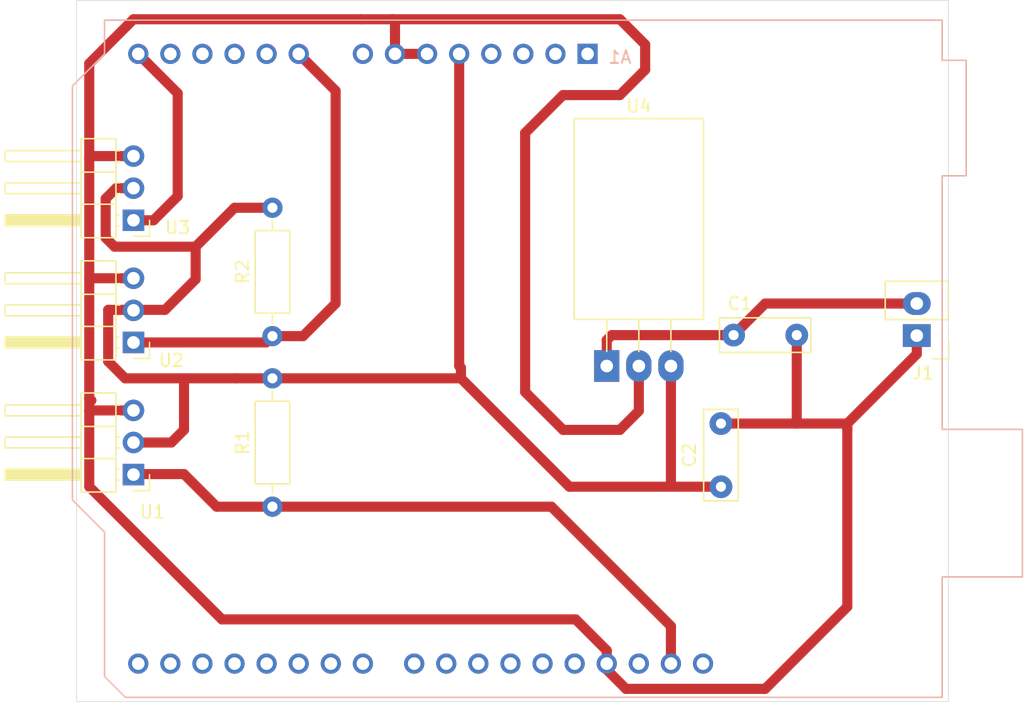
<source format=kicad_pcb>
(kicad_pcb (version 20241229) (generator "pcbnew") (generator_version "9.0")
  (layers (0 "F.Cu" signal) (2 "B.Cu" signal) (13 "F.Paste" user) (15 "B.Paste" user) (5 "F.SilkS" user "F.Silkscreen") (7 "B.SilkS" user "B.Silkscreen") (1 "F.Mask" user) (3 "B.Mask" user) (25 "Edge.Cuts" user))
  (net 0 "")
  (net 26 "Net-(A1-+5V)")
  (net 27 "Net-(U1-Vs)")
  (net 28 "Net-(U3-Signal)")
  (net 29 "Net-(J1-Pin_2)")
  (net 30 "Net-(J1-Pin_1)")
  (net 31 "Net-(A1-A0)")
  (footprint "FootprintGamelGe2_v8.0:TO-220-3_Horizontal_TabDown" (layer "F.Cu") (at 152.96 81.445)
    (property "Reference" "U4" (at 2.54 -20.58 0) (layer "F.SilkS"))
    (property "Value" "LM7805_TO220")
    (fp_line (start -2.58 -19.58) (end -2.58 -3.69) (stroke (width 0.12)) (layer "F.SilkS"))
    (fp_line (start -2.58 -19.58) (end 7.66 -19.58) (stroke (width 0.12)) (layer "F.SilkS"))
    (fp_line (start -2.58 -3.69) (end 7.66 -3.69) (stroke (width 0.12)) (layer "F.SilkS"))
    (fp_line (start 0 -3.69) (end 0 -1.15) (stroke (width 0.12)) (layer "F.SilkS"))
    (fp_line (start 2.54 -3.69) (end 2.54 -1.15) (stroke (width 0.12)) (layer "F.SilkS"))
    (fp_line (start 5.08 -3.69) (end 5.08 -1.15) (stroke (width 0.12)) (layer "F.SilkS"))
    (fp_line (start 7.66 -19.58) (end 7.66 -3.69) (stroke (width 0.12)) (layer "F.SilkS"))
    (pad "" np_thru_hole oval (at 2.54 -16.66) (size 3.5 3.5) (drill 3.5) (layers "*.Cu" "*.Mask"))
    (pad "1" thru_hole rect (at 0 0) (size 2 2.5) (drill 1) (layers "*.Cu" "*.Mask") (net 29 "Net-(J1-Pin_2)"))
    (pad "2" thru_hole oval (at 2.54 0) (size 2 2.5) (drill 1) (layers "*.Cu" "*.Mask") (net 30 "Net-(J1-Pin_1)"))
    (pad "3" thru_hole oval (at 5.08 0) (size 2 2.5) (drill 1) (layers "*.Cu" "*.Mask") (net 26 "Net-(A1-+5V)"))
  )
  (footprint "FootprintGamelGe2_v8.0:Autocom2" (layer "F.Cu") (at 177.5 79.04 180)
    (property "Reference" "J1" (at -0.5 -2.96 0) (layer "F.SilkS"))
    (property "Value" "Autocom2")
    (fp_line (start 2.5 1.27) (end 2.5 4.3) (stroke (width 0.12)) (layer "F.SilkS"))
    (fp_line (start -2.5 4.3) (end 2.5 4.3) (stroke (width 0.12)) (layer "F.SilkS"))
    (fp_line (start -2.5 1.3) (end -2.5 4.3) (stroke (width 0.12)) (layer "F.SilkS"))
    (fp_line (start -2.5 1.27) (end 2.5 1.27) (stroke (width 0.12)) (layer "F.SilkS"))
    (fp_line (start -2.53 -0.5) (end -2.53 -1.83) (stroke (width 0.12)) (layer "F.SilkS"))
    (fp_line (start -2.53 -1.83) (end -1.2 -1.83) (stroke (width 0.12)) (layer "F.SilkS"))
    (pad "1" thru_hole rect (at 0 0 180) (size 2.2 1.8) (drill 1) (layers "*.Cu" "*.Mask") (net 30 "Net-(J1-Pin_1)"))
    (pad "2" thru_hole oval (at 0 2.54 180) (size 2.2 1.8) (drill 1) (layers "*.Cu" "*.Mask") (net 29 "Net-(J1-Pin_2)"))
  )
  (footprint "FootprintGamelGe2_v8.0:C_Rect_L7.0mm_W2.5mm_P5.00mm" (layer "F.Cu") (at 163 79)
    (property "Reference" "C1" (at 0.5 -2.5 0) (layer "F.SilkS"))
    (property "Value" "C")
    (fp_line (start -1.12 -1.37) (end -1.12 1.37) (stroke (width 0.12)) (layer "F.SilkS"))
    (fp_line (start -1.12 -1.37) (end 6.12 -1.37) (stroke (width 0.12)) (layer "F.SilkS"))
    (fp_line (start -1.12 1.37) (end 6.12 1.37) (stroke (width 0.12)) (layer "F.SilkS"))
    (fp_line (start 6.12 -1.37) (end 6.12 1.37) (stroke (width 0.12)) (layer "F.SilkS"))
    (pad "1" thru_hole circle (at 0 0) (size 1.8 1.8) (drill 0.8) (layers "*.Cu" "*.Mask") (net 29 "Net-(J1-Pin_2)"))
    (pad "2" thru_hole circle (at 5 0) (size 1.8 1.8) (drill 0.8) (layers "*.Cu" "*.Mask") (net 30 "Net-(J1-Pin_1)"))
  )
  (footprint "Resistor_THT:R_Axial_DIN0207_L6.3mm_D2.5mm_P10.16mm_Horizontal" (layer "F.Cu") (at 126.5 79.08 90)
    (property "Reference" "R2" (at 5.08 -2.37 90) (layer "F.SilkS"))
    (property "Value" "4.7k")
    (fp_line (start 9.12 0) (end 8.35 0) (stroke (width 0.12)) (layer "F.SilkS"))
    (fp_line (start 1.04 0) (end 1.81 0) (stroke (width 0.12)) (layer "F.SilkS"))
    (fp_rect (start 1.81 -1.37) (end 8.35 1.37) (stroke (width 0.12)) (fill no) (layer "F.SilkS"))
    (pad "1" thru_hole circle (at 0 0 90) (size 1.6 1.6) (drill 0.8) (layers "*.Cu" "*.Mask") (net 31 "Net-(A1-A0)"))
    (pad "2" thru_hole circle (at 10.16 0 90) (size 1.6 1.6) (drill 0.8) (layers "*.Cu" "*.Mask") (net 26 "Net-(A1-+5V)"))
  )
  (footprint "Connector_PinHeader_2.54mm:PinHeader_1x03_P2.54mm_Horizontal" (layer "F.Cu") (at 115.5 79.58 180)
    (property "Reference" "U2" (at -3 -1.42 0) (layer "F.SilkS"))
    (property "Value" "~")
    (fp_line (start 10.15 5.51) (end 4.15 5.51) (stroke (width 0.12)) (layer "F.SilkS"))
    (fp_line (start 10.15 4.65) (end 10.15 5.51) (stroke (width 0.12)) (layer "F.SilkS"))
    (fp_line (start 10.15 2.97) (end 4.15 2.97) (stroke (width 0.12)) (layer "F.SilkS"))
    (fp_line (start 10.15 2.11) (end 10.15 2.97) (stroke (width 0.12)) (layer "F.SilkS"))
    (fp_line (start 4.15 4.65) (end 10.15 4.65) (stroke (width 0.12)) (layer "F.SilkS"))
    (fp_line (start 4.15 2.11) (end 10.15 2.11) (stroke (width 0.12)) (layer "F.SilkS"))
    (fp_line (start 1.39 3.81) (end 4.15 3.81) (stroke (width 0.12)) (layer "F.SilkS"))
    (fp_line (start 1.39 1.27) (end 4.15 1.27) (stroke (width 0.12)) (layer "F.SilkS"))
    (fp_line (start 1.16 0.43) (end 1.39 0.43) (stroke (width 0.12)) (layer "F.SilkS"))
    (fp_line (start 1.16 -0.43) (end 1.39 -0.43) (stroke (width 0.12)) (layer "F.SilkS"))
    (fp_line (start 1.077358 5.51) (end 1.39 5.51) (stroke (width 0.12)) (layer "F.SilkS"))
    (fp_line (start 1.077358 4.65) (end 1.39 4.65) (stroke (width 0.12)) (layer "F.SilkS"))
    (fp_line (start 1.077358 2.97) (end 1.39 2.97) (stroke (width 0.12)) (layer "F.SilkS"))
    (fp_line (start 1.077358 2.11) (end 1.39 2.11) (stroke (width 0.12)) (layer "F.SilkS"))
    (fp_line (start -1.27 0) (end -1.27 -1.27) (stroke (width 0.12)) (layer "F.SilkS"))
    (fp_line (start -1.27 -1.27) (end 0 -1.27) (stroke (width 0.12)) (layer "F.SilkS"))
    (fp_rect (start 4.15 -0.43) (end 10.15 0.43) (stroke (width 0.12)) (fill yes) (layer "F.SilkS"))
    (fp_rect (start 1.39 -1.38) (end 4.15 6.46) (stroke (width 0.12)) (fill no) (layer "F.SilkS"))
    (pad "1" thru_hole rect (at 0 0 180) (size 1.7 1.7) (drill 1) (layers "*.Cu" "*.Mask") (net 31 "Net-(A1-A0)"))
    (pad "2" thru_hole circle (at 0 2.54 180) (size 1.7 1.7) (drill 1) (layers "*.Cu" "*.Mask") (net 26 "Net-(A1-+5V)"))
    (pad "3" thru_hole circle (at 0 5.08 180) (size 1.7 1.7) (drill 1) (layers "*.Cu" "*.Mask") (net 30 "Net-(J1-Pin_1)"))
  )
  (footprint "Connector_PinHeader_2.54mm:PinHeader_1x03_P2.54mm_Horizontal" (layer "F.Cu") (at 115.5 90.04 180)
    (property "Reference" "U1" (at -1.5 -2.96 0) (layer "F.SilkS"))
    (property "Value" "~")
    (fp_line (start 10.15 5.51) (end 4.15 5.51) (stroke (width 0.12)) (layer "F.SilkS"))
    (fp_line (start 10.15 4.65) (end 10.15 5.51) (stroke (width 0.12)) (layer "F.SilkS"))
    (fp_line (start 10.15 2.97) (end 4.15 2.97) (stroke (width 0.12)) (layer "F.SilkS"))
    (fp_line (start 10.15 2.11) (end 10.15 2.97) (stroke (width 0.12)) (layer "F.SilkS"))
    (fp_line (start 4.15 4.65) (end 10.15 4.65) (stroke (width 0.12)) (layer "F.SilkS"))
    (fp_line (start 4.15 2.11) (end 10.15 2.11) (stroke (width 0.12)) (layer "F.SilkS"))
    (fp_line (start 1.39 3.81) (end 4.15 3.81) (stroke (width 0.12)) (layer "F.SilkS"))
    (fp_line (start 1.39 1.27) (end 4.15 1.27) (stroke (width 0.12)) (layer "F.SilkS"))
    (fp_line (start 1.16 0.43) (end 1.39 0.43) (stroke (width 0.12)) (layer "F.SilkS"))
    (fp_line (start 1.16 -0.43) (end 1.39 -0.43) (stroke (width 0.12)) (layer "F.SilkS"))
    (fp_line (start 1.077358 5.51) (end 1.39 5.51) (stroke (width 0.12)) (layer "F.SilkS"))
    (fp_line (start 1.077358 4.65) (end 1.39 4.65) (stroke (width 0.12)) (layer "F.SilkS"))
    (fp_line (start 1.077358 2.97) (end 1.39 2.97) (stroke (width 0.12)) (layer "F.SilkS"))
    (fp_line (start 1.077358 2.11) (end 1.39 2.11) (stroke (width 0.12)) (layer "F.SilkS"))
    (fp_line (start -1.27 0) (end -1.27 -1.27) (stroke (width 0.12)) (layer "F.SilkS"))
    (fp_line (start -1.27 -1.27) (end 0 -1.27) (stroke (width 0.12)) (layer "F.SilkS"))
    (fp_rect (start 4.15 -0.43) (end 10.15 0.43) (stroke (width 0.12)) (fill yes) (layer "F.SilkS"))
    (fp_rect (start 1.39 -1.38) (end 4.15 6.46) (stroke (width 0.12)) (fill no) (layer "F.SilkS"))
    (pad "1" thru_hole rect (at 0 0 180) (size 1.7 1.7) (drill 1) (layers "*.Cu" "*.Mask") (net 27 "Net-(U1-Vs)"))
    (pad "2" thru_hole circle (at 0 2.54 180) (size 1.7 1.7) (drill 1) (layers "*.Cu" "*.Mask") (net 26 "Net-(A1-+5V)"))
    (pad "3" thru_hole circle (at 0 5.08 180) (size 1.7 1.7) (drill 1) (layers "*.Cu" "*.Mask") (net 30 "Net-(J1-Pin_1)"))
  )
  (footprint "Connector_PinHeader_2.54mm:PinHeader_1x03_P2.54mm_Horizontal" (layer "F.Cu") (at 115.5 69.91 180)
    (property "Reference" "U3" (at -3.5 -0.59 0) (layer "F.SilkS"))
    (property "Value" "~")
    (fp_line (start 10.15 5.51) (end 4.15 5.51) (stroke (width 0.12)) (layer "F.SilkS"))
    (fp_line (start 10.15 4.65) (end 10.15 5.51) (stroke (width 0.12)) (layer "F.SilkS"))
    (fp_line (start 10.15 2.97) (end 4.15 2.97) (stroke (width 0.12)) (layer "F.SilkS"))
    (fp_line (start 10.15 2.11) (end 10.15 2.97) (stroke (width 0.12)) (layer "F.SilkS"))
    (fp_line (start 4.15 4.65) (end 10.15 4.65) (stroke (width 0.12)) (layer "F.SilkS"))
    (fp_line (start 4.15 2.11) (end 10.15 2.11) (stroke (width 0.12)) (layer "F.SilkS"))
    (fp_line (start 1.39 3.81) (end 4.15 3.81) (stroke (width 0.12)) (layer "F.SilkS"))
    (fp_line (start 1.39 1.27) (end 4.15 1.27) (stroke (width 0.12)) (layer "F.SilkS"))
    (fp_line (start 1.16 0.43) (end 1.39 0.43) (stroke (width 0.12)) (layer "F.SilkS"))
    (fp_line (start 1.16 -0.43) (end 1.39 -0.43) (stroke (width 0.12)) (layer "F.SilkS"))
    (fp_line (start 1.077358 5.51) (end 1.39 5.51) (stroke (width 0.12)) (layer "F.SilkS"))
    (fp_line (start 1.077358 4.65) (end 1.39 4.65) (stroke (width 0.12)) (layer "F.SilkS"))
    (fp_line (start 1.077358 2.97) (end 1.39 2.97) (stroke (width 0.12)) (layer "F.SilkS"))
    (fp_line (start 1.077358 2.11) (end 1.39 2.11) (stroke (width 0.12)) (layer "F.SilkS"))
    (fp_line (start -1.27 0) (end -1.27 -1.27) (stroke (width 0.12)) (layer "F.SilkS"))
    (fp_line (start -1.27 -1.27) (end 0 -1.27) (stroke (width 0.12)) (layer "F.SilkS"))
    (fp_rect (start 4.15 -0.43) (end 10.15 0.43) (stroke (width 0.12)) (fill yes) (layer "F.SilkS"))
    (fp_rect (start 1.39 -1.38) (end 4.15 6.46) (stroke (width 0.12)) (fill no) (layer "F.SilkS"))
    (pad "1" thru_hole rect (at 0 0 180) (size 1.7 1.7) (drill 1) (layers "*.Cu" "*.Mask") (net 28 "Net-(U3-Signal)"))
    (pad "2" thru_hole circle (at 0 2.54 180) (size 1.7 1.7) (drill 1) (layers "*.Cu" "*.Mask") (net 26 "Net-(A1-+5V)"))
    (pad "3" thru_hole circle (at 0 5.08 180) (size 1.7 1.7) (drill 1) (layers "*.Cu" "*.Mask") (net 30 "Net-(J1-Pin_1)"))
  )
  (footprint "Resistor_THT:R_Axial_DIN0207_L6.3mm_D2.5mm_P10.16mm_Horizontal" (layer "F.Cu") (at 126.5 92.58 90)
    (property "Reference" "R1" (at 5.08 -2.37 90) (layer "F.SilkS"))
    (property "Value" "4.7k")
    (fp_line (start 9.12 0) (end 8.35 0) (stroke (width 0.12)) (layer "F.SilkS"))
    (fp_line (start 1.04 0) (end 1.81 0) (stroke (width 0.12)) (layer "F.SilkS"))
    (fp_rect (start 1.81 -1.37) (end 8.35 1.37) (stroke (width 0.12)) (fill no) (layer "F.SilkS"))
    (pad "1" thru_hole circle (at 0 0 90) (size 1.6 1.6) (drill 0.8) (layers "*.Cu" "*.Mask") (net 27 "Net-(U1-Vs)"))
    (pad "2" thru_hole circle (at 10.16 0 90) (size 1.6 1.6) (drill 0.8) (layers "*.Cu" "*.Mask") (net 26 "Net-(A1-+5V)"))
  )
  (footprint "FootprintGamelGe2_v8.0:C_Rect_L7.0mm_W2.5mm_P5.00mm" (layer "F.Cu") (at 162 91 90)
    (property "Reference" "C2" (at 2.5 -2.5 90) (layer "F.SilkS"))
    (property "Value" "C")
    (fp_line (start 6.12 -1.37) (end 6.12 1.37) (stroke (width 0.12)) (layer "F.SilkS"))
    (fp_line (start -1.12 -1.37) (end 6.12 -1.37) (stroke (width 0.12)) (layer "F.SilkS"))
    (fp_line (start -1.12 -1.37) (end -1.12 1.37) (stroke (width 0.12)) (layer "F.SilkS"))
    (fp_line (start -1.12 1.37) (end 6.12 1.37) (stroke (width 0.12)) (layer "F.SilkS"))
    (pad "1" thru_hole circle (at 0 0 90) (size 1.8 1.8) (drill 0.8) (layers "*.Cu" "*.Mask") (net 26 "Net-(A1-+5V)"))
    (pad "2" thru_hole circle (at 5 0 90) (size 1.8 1.8) (drill 0.8) (layers "*.Cu" "*.Mask") (net 30 "Net-(J1-Pin_1)"))
  )
  (footprint "Module:Arduino_UNO_R3" (layer "B.Cu") (at 151.44 56.74 180)
    (property "Reference" "A1" (at -2.56 -0.26 0) (layer "B.SilkS") (effects (justify mirror)))
    (property "Value" "Arduino_UNO_R3")
    (fp_line (start 40.77 -2.54) (end 38.23 0) (stroke (width 0.12)) (layer "B.SilkS"))
    (fp_line (start 40.77 -35.31) (end 40.77 -2.54) (stroke (width 0.12)) (layer "B.SilkS"))
    (fp_line (start 38.23 2.67) (end -28.07 2.67) (stroke (width 0.12)) (layer "B.SilkS"))
    (fp_line (start 38.23 0) (end 38.23 2.67) (stroke (width 0.12)) (layer "B.SilkS"))
    (fp_line (start 38.23 -37.85) (end 40.77 -35.31) (stroke (width 0.12)) (layer "B.SilkS"))
    (fp_line (start 38.23 -49.28) (end 38.23 -37.85) (stroke (width 0.12)) (layer "B.SilkS"))
    (fp_line (start 36.58 -50.93) (end 38.23 -49.28) (stroke (width 0.12)) (layer "B.SilkS"))
    (fp_line (start -28.07 2.67) (end -28.07 -0.51) (stroke (width 0.12)) (layer "B.SilkS"))
    (fp_line (start -28.07 -0.51) (end -29.97 -0.51) (stroke (width 0.12)) (layer "B.SilkS"))
    (fp_line (start -28.07 -9.65) (end -28.07 -29.72) (stroke (width 0.12)) (layer "B.SilkS"))
    (fp_line (start -28.07 -29.72) (end -34.42 -29.72) (stroke (width 0.12)) (layer "B.SilkS"))
    (fp_line (start -28.07 -41.4) (end -28.07 -50.93) (stroke (width 0.12)) (layer "B.SilkS"))
    (fp_line (start -28.07 -50.93) (end 36.58 -50.93) (stroke (width 0.12)) (layer "B.SilkS"))
    (fp_line (start -29.97 -0.51) (end -29.97 -9.65) (stroke (width 0.12)) (layer "B.SilkS"))
    (fp_line (start -29.97 -9.65) (end -28.07 -9.65) (stroke (width 0.12)) (layer "B.SilkS"))
    (fp_line (start -34.42 -29.72) (end -34.42 -41.4) (stroke (width 0.12)) (layer "B.SilkS"))
    (fp_line (start -34.42 -41.4) (end -28.07 -41.4) (stroke (width 0.12)) (layer "B.SilkS"))
    (pad "1" thru_hole rect (at 0 0 90) (size 1.6 1.6) (drill 1) (layers "*.Cu" "*.Mask"))
    (pad "2" thru_hole oval (at 2.54 0 90) (size 1.6 1.6) (drill 1) (layers "*.Cu" "*.Mask"))
    (pad "3" thru_hole oval (at 5.08 0 90) (size 1.6 1.6) (drill 1) (layers "*.Cu" "*.Mask"))
    (pad "4" thru_hole oval (at 7.62 0 90) (size 1.6 1.6) (drill 1) (layers "*.Cu" "*.Mask"))
    (pad "5" thru_hole oval (at 10.16 0 90) (size 1.6 1.6) (drill 1) (layers "*.Cu" "*.Mask") (net 26 "Net-(A1-+5V)"))
    (pad "6" thru_hole oval (at 12.7 0 90) (size 1.6 1.6) (drill 1) (layers "*.Cu" "*.Mask") (net 30 "Net-(J1-Pin_1)"))
    (pad "7" thru_hole oval (at 15.24 0 90) (size 1.6 1.6) (drill 1) (layers "*.Cu" "*.Mask") (net 30 "Net-(J1-Pin_1)"))
    (pad "8" thru_hole oval (at 17.78 0 90) (size 1.6 1.6) (drill 1) (layers "*.Cu" "*.Mask"))
    (pad "9" thru_hole oval (at 22.86 0 90) (size 1.6 1.6) (drill 1) (layers "*.Cu" "*.Mask") (net 31 "Net-(A1-A0)"))
    (pad "10" thru_hole oval (at 25.4 0 90) (size 1.6 1.6) (drill 1) (layers "*.Cu" "*.Mask"))
    (pad "11" thru_hole oval (at 27.94 0 90) (size 1.6 1.6) (drill 1) (layers "*.Cu" "*.Mask"))
    (pad "12" thru_hole oval (at 30.48 0 90) (size 1.6 1.6) (drill 1) (layers "*.Cu" "*.Mask"))
    (pad "13" thru_hole oval (at 33.02 0 90) (size 1.6 1.6) (drill 1) (layers "*.Cu" "*.Mask"))
    (pad "14" thru_hole oval (at 35.56 0 90) (size 1.6 1.6) (drill 1) (layers "*.Cu" "*.Mask") (net 28 "Net-(U3-Signal)"))
    (pad "15" thru_hole oval (at 35.56 -48.26 90) (size 1.6 1.6) (drill 1) (layers "*.Cu" "*.Mask"))
    (pad "16" thru_hole oval (at 33.02 -48.26 90) (size 1.6 1.6) (drill 1) (layers "*.Cu" "*.Mask"))
    (pad "17" thru_hole oval (at 30.48 -48.26 90) (size 1.6 1.6) (drill 1) (layers "*.Cu" "*.Mask"))
    (pad "18" thru_hole oval (at 27.94 -48.26 90) (size 1.6 1.6) (drill 1) (layers "*.Cu" "*.Mask"))
    (pad "19" thru_hole oval (at 25.4 -48.26 90) (size 1.6 1.6) (drill 1) (layers "*.Cu" "*.Mask"))
    (pad "20" thru_hole oval (at 22.86 -48.26 90) (size 1.6 1.6) (drill 1) (layers "*.Cu" "*.Mask"))
    (pad "21" thru_hole oval (at 20.32 -48.26 90) (size 1.6 1.6) (drill 1) (layers "*.Cu" "*.Mask"))
    (pad "22" thru_hole oval (at 17.78 -48.26 90) (size 1.6 1.6) (drill 1) (layers "*.Cu" "*.Mask"))
    (pad "23" thru_hole oval (at 13.72 -48.26 90) (size 1.6 1.6) (drill 1) (layers "*.Cu" "*.Mask"))
    (pad "24" thru_hole oval (at 11.18 -48.26 90) (size 1.6 1.6) (drill 1) (layers "*.Cu" "*.Mask"))
    (pad "25" thru_hole oval (at 8.64 -48.26 90) (size 1.6 1.6) (drill 1) (layers "*.Cu" "*.Mask"))
    (pad "26" thru_hole oval (at 6.1 -48.26 90) (size 1.6 1.6) (drill 1) (layers "*.Cu" "*.Mask"))
    (pad "27" thru_hole oval (at 3.56 -48.26 90) (size 1.6 1.6) (drill 1) (layers "*.Cu" "*.Mask"))
    (pad "28" thru_hole oval (at 1.02 -48.26 90) (size 1.6 1.6) (drill 1) (layers "*.Cu" "*.Mask"))
    (pad "29" thru_hole oval (at -1.52 -48.26 90) (size 1.6 1.6) (drill 1) (layers "*.Cu" "*.Mask") (net 30 "Net-(J1-Pin_1)"))
    (pad "30" thru_hole oval (at -4.06 -48.26 90) (size 1.6 1.6) (drill 1) (layers "*.Cu" "*.Mask"))
    (pad "31" thru_hole oval (at -6.6 -48.26 90) (size 1.6 1.6) (drill 1) (layers "*.Cu" "*.Mask") (net 27 "Net-(U1-Vs)"))
    (pad "32" thru_hole oval (at -9.14 -48.26 90) (size 1.6 1.6) (drill 1) (layers "*.Cu" "*.Mask"))
  )
  (gr_rect (start 111 52.5) (end 180 108) (stroke (width 0.05)) (fill no) (layer "Edge.Cuts"))
  (segment (start 118.5 87.5) (end 119.5 86.5) (width 0.8) (layer "F.Cu") (net 26))
  (segment (start 150 91) (end 162 91) (width 0.8) (layer "F.Cu") (net 26))
  (segment (start 114 72) (end 120.42 72) (width 0.8) (layer "F.Cu") (net 26))
  (segment (start 115.46 77) (end 113.5 77) (width 0.8) (layer "F.Cu") (net 26))
  (segment (start 120.42 72) (end 123.5 68.92) (width 0.8) (layer "F.Cu") (net 26))
  (segment (start 123.58 82.42) (end 126.5 82.42) (width 0.8) (layer "F.Cu") (net 26))
  (segment (start 115.5 77.04) (end 115.54 77) (width 0.8) (layer "F.Cu") (net 26))
  (segment (start 123.5 68.92) (end 126.5 68.92) (width 0.8) (layer "F.Cu") (net 26))
  (segment (start 113.301 68.199) (end 113.301 71.301) (width 0.8) (layer "F.Cu") (net 26))
  (segment (start 141.42 82.42) (end 150 91) (width 0.8) (layer "F.Cu") (net 26))
  (segment (start 115.5 87.5) (end 118.5 87.5) (width 0.8) (layer "F.Cu") (net 26))
  (segment (start 141.42 81.58) (end 141.28 81.44) (width 0.8) (layer "F.Cu") (net 26))
  (segment (start 113.5 81.082) (end 114.838 82.42) (width 0.8) (layer "F.Cu") (net 26))
  (segment (start 118 77) (end 120.42 74.58) (width 0.8) (layer "F.Cu") (net 26))
  (segment (start 115.5 67.37) (end 114.13 67.37) (width 0.8) (layer "F.Cu") (net 26))
  (segment (start 115.54 77) (end 118 77) (width 0.8) (layer "F.Cu") (net 26))
  (segment (start 113.301 71.301) (end 114 72) (width 0.8) (layer "F.Cu") (net 26))
  (segment (start 114.13 67.37) (end 113.301 68.199) (width 0.8) (layer "F.Cu") (net 26))
  (segment (start 141.28 81.44) (end 141.28 56.74) (width 0.8) (layer "F.Cu") (net 26))
  (segment (start 120.42 74.58) (end 120.42 72) (width 0.8) (layer "F.Cu") (net 26))
  (segment (start 115.5 77.04) (end 115.46 77) (width 0.8) (layer "F.Cu") (net 26))
  (segment (start 141.42 82.42) (end 141.42 81.58) (width 0.8) (layer "F.Cu") (net 26))
  (segment (start 158.04 81.445) (end 158.04 90.54) (width 0.8) (layer "F.Cu") (net 26))
  (segment (start 119.5 86.5) (end 119.5 82.42) (width 0.8) (layer "F.Cu") (net 26))
  (segment (start 126.5 82.42) (end 141.42 82.42) (width 0.8) (layer "F.Cu") (net 26))
  (segment (start 113.5 77) (end 113.5 81.082) (width 0.8) (layer "F.Cu") (net 26))
  (segment (start 114.838 82.42) (end 123.58 82.42) (width 0.8) (layer "F.Cu") (net 26))
  (segment (start 115.54 90) (end 119.5 90) (width 0.8) (layer "F.Cu") (net 27))
  (segment (start 126.5 92.58) (end 148.58 92.58) (width 0.8) (layer "F.Cu") (net 27))
  (segment (start 148.58 92.58) (end 158.04 102.04) (width 0.8) (layer "F.Cu") (net 27))
  (segment (start 119.5 90) (end 122.08 92.58) (width 0.8) (layer "F.Cu") (net 27))
  (segment (start 115.5 90.04) (end 115.54 90) (width 0.8) (layer "F.Cu") (net 27))
  (segment (start 122.08 92.58) (end 126.5 92.58) (width 0.8) (layer "F.Cu") (net 27))
  (segment (start 158.04 102.04) (end 158.04 105) (width 0.8) (layer "F.Cu") (net 27))
  (segment (start 117.09 69.91) (end 119 68) (width 0.8) (layer "F.Cu") (net 28))
  (segment (start 119 68) (end 119 59.86) (width 0.8) (layer "F.Cu") (net 28))
  (segment (start 115.5 69.91) (end 117.09 69.91) (width 0.8) (layer "F.Cu") (net 28))
  (segment (start 119 59.86) (end 115.88 56.74) (width 0.8) (layer "F.Cu") (net 28))
  (segment (start 153.5 80.905) (end 152.96 81.445) (width 0.8) (layer "F.Cu") (net 29))
  (segment (start 177.5 76.5) (end 165.5 76.5) (width 0.8) (layer "F.Cu") (net 29))
  (segment (start 163 79) (end 153.355 79) (width 0.8) (layer "F.Cu") (net 29))
  (segment (start 152.96 79.395) (end 152.96 81.445) (width 0.8) (layer "F.Cu") (net 29))
  (segment (start 153.355 79) (end 152.96 79.395) (width 0.8) (layer "F.Cu") (net 29))
  (segment (start 165.5 76.5) (end 163 79) (width 0.8) (layer "F.Cu") (net 29))
  (segment (start 133.46 54) (end 115.5 54) (width 0.8) (layer "F.Cu") (net 30))
  (segment (start 112 57.5) (end 112 65) (width 0.8) (layer "F.Cu") (net 30))
  (segment (start 136 54) (end 133.46 54) (width 0.8) (layer "F.Cu") (net 30))
  (segment (start 146.5 63) (end 149.5 60) (width 0.8) (layer "F.Cu") (net 30))
  (segment (start 136.2 56.74) (end 138.74 56.74) (width 0.8) (layer "F.Cu") (net 30))
  (segment (start 112 74.5) (end 112 84) (width 0.8) (layer "F.Cu") (net 30))
  (segment (start 115.5 74.5) (end 112 74.5) (width 0.8) (layer "F.Cu") (net 30))
  (segment (start 112 91) (end 122.5 101.5) (width 0.8) (layer "F.Cu") (net 30))
  (segment (start 112.17 64.83) (end 112 65) (width 0.8) (layer "F.Cu") (net 30))
  (segment (start 155.5 81.445) (end 155.5 85) (width 0.8) (layer "F.Cu") (net 30))
  (segment (start 154 86.5) (end 149.5 86.5) (width 0.8) (layer "F.Cu") (net 30))
  (segment (start 156 58) (end 156 56) (width 0.8) (layer "F.Cu") (net 30))
  (segment (start 162 86) (end 168 86) (width 0.8) (layer "F.Cu") (net 30))
  (segment (start 136.2 56.74) (end 136.2 54.2) (width 0.8) (layer "F.Cu") (net 30))
  (segment (start 115.5 84.96) (end 112.04 84.96) (width 0.8) (layer "F.Cu") (net 30))
  (segment (start 149.5 60) (end 154 60) (width 0.8) (layer "F.Cu") (net 30))
  (segment (start 136.2 54.2) (end 136 54) (width 0.8) (layer "F.Cu") (net 30))
  (segment (start 150.5 101.5) (end 152.96 103.96) (width 0.8) (layer "F.Cu") (net 30))
  (segment (start 146.5 83.5) (end 146.5 63) (width 0.8) (layer "F.Cu") (net 30))
  (segment (start 172 100.5) (end 165.5 107) (width 0.8) (layer "F.Cu") (net 30))
  (segment (start 155.5 85) (end 154 86.5) (width 0.8) (layer "F.Cu") (net 30))
  (segment (start 154.48 107) (end 152.96 105.48) (width 0.8) (layer "F.Cu") (net 30))
  (segment (start 172 86) (end 172 100.5) (width 0.8) (layer "F.Cu") (net 30))
  (segment (start 177.5 80.5) (end 172 86) (width 0.8) (layer "F.Cu") (net 30))
  (segment (start 154 54) (end 136 54) (width 0.8) (layer "F.Cu") (net 30))
  (segment (start 168 79) (end 168 86) (width 0.8) (layer "F.Cu") (net 30))
  (segment (start 115.5 54) (end 112 57.5) (width 0.8) (layer "F.Cu") (net 30))
  (segment (start 168 86) (end 172 86) (width 0.8) (layer "F.Cu") (net 30))
  (segment (start 115.5 64.83) (end 112.17 64.83) (width 0.8) (layer "F.Cu") (net 30))
  (segment (start 152.96 103.96) (end 152.96 105) (width 0.8) (layer "F.Cu") (net 30))
  (segment (start 172 86) (end 172 86.5) (width 0.8) (layer "F.Cu") (net 30))
  (segment (start 122.5 101.5) (end 150.5 101.5) (width 0.8) (layer "F.Cu") (net 30))
  (segment (start 156 56) (end 154 54) (width 0.8) (layer "F.Cu") (net 30))
  (segment (start 165.5 107) (end 154.48 107) (width 0.8) (layer "F.Cu") (net 30))
  (segment (start 112 74.5) (end 112 65) (width 0.8) (layer "F.Cu") (net 30))
  (segment (start 112.04 84.96) (end 112 85) (width 0.8) (layer "F.Cu") (net 30))
  (segment (start 152.96 105.48) (end 152.96 105) (width 0.8) (layer "F.Cu") (net 30))
  (segment (start 154 60) (end 156 58) (width 0.8) (layer "F.Cu") (net 30))
  (segment (start 112 84) (end 112 85) (width 0.8) (layer "F.Cu") (net 30))
  (segment (start 112.17 84.17) (end 112 84) (width 0.8) (layer "F.Cu") (net 30))
  (segment (start 149.5 86.5) (end 146.5 83.5) (width 0.8) (layer "F.Cu") (net 30))
  (segment (start 177.5 79.04) (end 177.5 80.5) (width 0.8) (layer "F.Cu") (net 30))
  (segment (start 112 85) (end 112 91) (width 0.8) (layer "F.Cu") (net 30))
  (segment (start 128.92 79.08) (end 131.5 76.5) (width 0.8) (layer "F.Cu") (net 31))
  (segment (start 131.5 59.66) (end 128.58 56.74) (width 0.8) (layer "F.Cu") (net 31))
  (segment (start 115.5 79.58) (end 126 79.58) (width 0.8) (layer "F.Cu") (net 31))
  (segment (start 126 79.58) (end 126.5 79.08) (width 0.8) (layer "F.Cu") (net 31))
  (segment (start 131.5 76.5) (end 131.5 59.66) (width 0.8) (layer "F.Cu") (net 31))
  (segment (start 126.5 79.08) (end 128.92 79.08) (width 0.8) (layer "F.Cu") (net 31))
)
</source>
